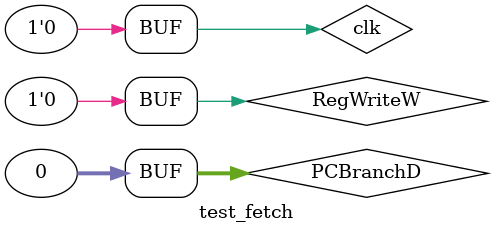
<source format=v>
`timescale 1ns / 1ps


module test_fetch;

	// Inputs
	reg clk;
	reg RegWriteW;
	reg [31:0] PCBranchD;

	// Outputs
	wire [31:0] PCPlus4D;
	wire InstrD;

	// Instantiate the Unit Under Test (UUT)
	fetch uut (
		.clk(clk), 
		.RegWriteW(RegWriteW), 
		.PCBranchD(PCBranchD), 
		.PCPlus4D(PCPlus4D), 
		.InstrD(InstrD)
	);

	initial begin
		// Initialize Inputs
		clk = 0;
		RegWriteW = 0;
		PCBranchD = 0;

		// Wait 100 ns for global reset to finish
		#100;
        
		// Add stimulus here

	end
      
endmodule


</source>
